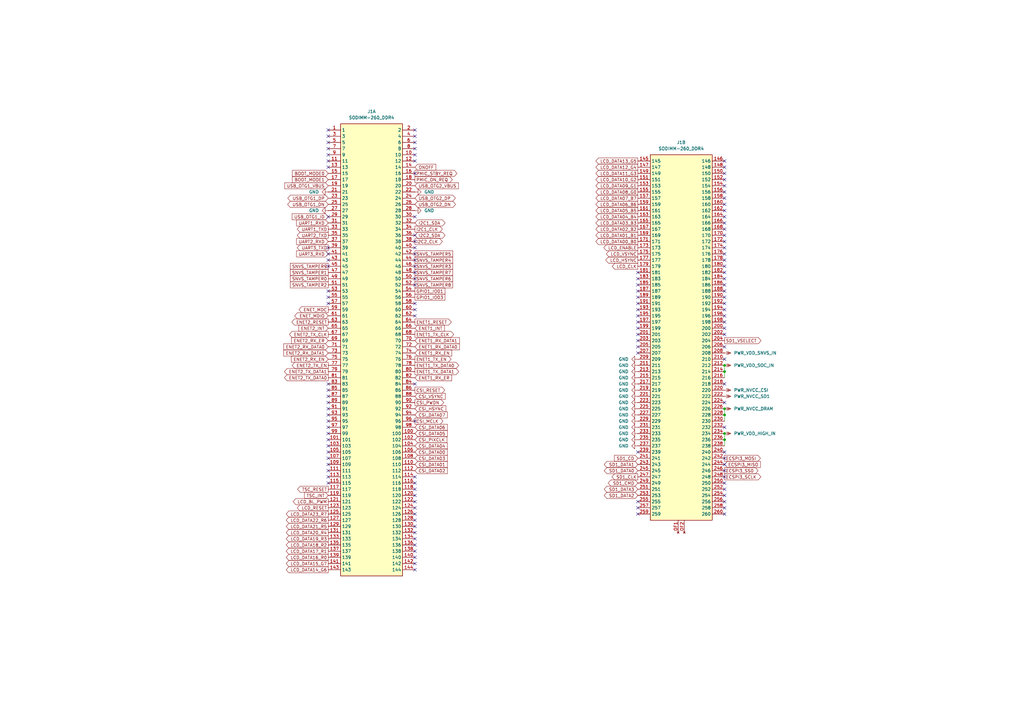
<source format=kicad_sch>
(kicad_sch (version 20231120) (generator "eeschema") (generator_version "8.0")
  (paper "A3")
  (title_block (title "i.MX6ULL Carrier - Core") (date "2024-06-14") (rev "0.9.2"))
  (lib_symbols
    (symbol "PWR_NVCC_CSI_1" (power) (pin_numbers hide) (pin_names hide) (in_bom no) (on_board no)
      (property "Value" "PWR_NVCC_CSI" (at 0 0 0))
      (symbol "PWR_NVCC_CSI_1_1_1"
        (pin power_in line (at 0 0 0) (length 0) (name "") (number "1"))
      )
    )
    (symbol "PWR_NVCC_DRAM_1" (power) (pin_numbers hide) (pin_names hide) (in_bom no) (on_board no)
      (property "Value" "PWR_NVCC_DRAM" (at 0 0 0))
      (symbol "PWR_NVCC_DRAM_1_1_1"
        (pin power_in line (at 0 0 0) (length 0) (name "") (number "1"))
      )
    )
    (symbol "PWR_VDD_HIGH_IN_1" (power) (pin_numbers hide) (pin_names hide) (in_bom no) (on_board no)
      (property "Value" "PWR_VDD_HIGH_IN" (at 0 0 0))
      (symbol "PWR_VDD_HIGH_IN_1_1_1"
        (pin power_in line (at 0 0 0) (length 0) (name "") (number "1"))
      )
    )
    (symbol "PWR_VDD_SNVS_IN_1" (power) (pin_numbers hide) (pin_names hide) (in_bom no) (on_board no)
      (property "Value" "PWR_VDD_SNVS_IN" (at 0 0 0))
      (symbol "PWR_VDD_SNVS_IN_1_1_1"
        (pin power_in line (at 0 0 0) (length 0) (name "") (number "1"))
      )
    )
    (symbol "PWR_VDD_SOC_IN_1" (power) (pin_numbers hide) (pin_names hide) (in_bom no) (on_board no)
      (property "Value" "PWR_VDD_SOC_IN" (at 0 0 0))
      (symbol "PWR_VDD_SOC_IN_1_1_1"
        (pin power_in line (at 0 0 0) (length 0) (name "") (number "1"))
      )
    )
    (symbol "SODIMM-260_DDR4_1"
      (property "Reference" "J" (at 0 0 0))
      (property "Value" "SODIMM-260_DDR4" (at 0 96.52 0))
      (symbol "SODIMM-260_DDR4_1_1_1"
        (pin passive line (at -17.78 90.17 0) (length 5.08) (name "1") (number "1"))
        (pin passive line (at 17.78 80.01 180) (length 5.08) (name "10") (number "10"))
        (pin passive line (at 17.78 -34.29 180) (length 5.08) (name "100") (number "100"))
        (pin passive line (at -17.78 -36.83 0) (length 5.08) (name "101") (number "101"))
        (pin passive line (at 17.78 -36.83 180) (length 5.08) (name "102") (number "102"))
        (pin passive line (at -17.78 -39.37 0) (length 5.08) (name "103") (number "103"))
        (pin passive line (at 17.78 -39.37 180) (length 5.08) (name "104") (number "104"))
        (pin passive line (at -17.78 -41.91 0) (length 5.08) (name "105") (number "105"))
        (pin passive line (at 17.78 -41.91 180) (length 5.08) (name "106") (number "106"))
        (pin passive line (at -17.78 -44.45 0) (length 5.08) (name "107") (number "107"))
        (pin passive line (at 17.78 -44.45 180) (length 5.08) (name "108") (number "108"))
        (pin passive line (at -17.78 -46.99 0) (length 5.08) (name "109") (number "109"))
        (pin passive line (at -17.78 77.47 0) (length 5.08) (name "11") (number "11"))
        (pin passive line (at 17.78 -46.99 180) (length 5.08) (name "110") (number "110"))
        (pin passive line (at -17.78 -49.53 0) (length 5.08) (name "111") (number "111"))
        (pin passive line (at 17.78 -49.53 180) (length 5.08) (name "112") (number "112"))
        (pin passive line (at -17.78 -52.07 0) (length 5.08) (name "113") (number "113"))
        (pin passive line (at 17.78 -52.07 180) (length 5.08) (name "114") (number "114"))
        (pin passive line (at -17.78 -54.61 0) (length 5.08) (name "115") (number "115"))
        (pin passive line (at 17.78 -54.61 180) (length 5.08) (name "116") (number "116"))
        (pin passive line (at -17.78 -57.15 0) (length 5.08) (name "117") (number "117"))
        (pin passive line (at 17.78 -57.15 180) (length 5.08) (name "118") (number "118"))
        (pin passive line (at -17.78 -59.69 0) (length 5.08) (name "119") (number "119"))
        (pin passive line (at 17.78 77.47 180) (length 5.08) (name "12") (number "12"))
        (pin passive line (at 17.78 -59.69 180) (length 5.08) (name "120") (number "120"))
        (pin passive line (at -17.78 -62.23 0) (length 5.08) (name "121") (number "121"))
        (pin passive line (at 17.78 -62.23 180) (length 5.08) (name "122") (number "122"))
        (pin passive line (at -17.78 -64.77 0) (length 5.08) (name "123") (number "123"))
        (pin passive line (at 17.78 -64.77 180) (length 5.08) (name "124") (number "124"))
        (pin passive line (at -17.78 -67.31 0) (length 5.08) (name "125") (number "125"))
        (pin passive line (at 17.78 -67.31 180) (length 5.08) (name "126") (number "126"))
        (pin passive line (at -17.78 -69.85 0) (length 5.08) (name "127") (number "127"))
        (pin passive line (at 17.78 -69.85 180) (length 5.08) (name "128") (number "128"))
        (pin passive line (at -17.78 -72.39 0) (length 5.08) (name "129") (number "129"))
        (pin passive line (at -17.78 74.93 0) (length 5.08) (name "13") (number "13"))
        (pin passive line (at 17.78 -72.39 180) (length 5.08) (name "130") (number "130"))
        (pin passive line (at -17.78 -74.93 0) (length 5.08) (name "131") (number "131"))
        (pin passive line (at 17.78 -74.93 180) (length 5.08) (name "132") (number "132"))
        (pin passive line (at -17.78 -77.47 0) (length 5.08) (name "133") (number "133"))
        (pin passive line (at 17.78 -77.47 180) (length 5.08) (name "134") (number "134"))
        (pin passive line (at -17.78 -80.01 0) (length 5.08) (name "135") (number "135"))
        (pin passive line (at 17.78 -80.01 180) (length 5.08) (name "136") (number "136"))
        (pin passive line (at -17.78 -82.55 0) (length 5.08) (name "137") (number "137"))
        (pin passive line (at 17.78 -82.55 180) (length 5.08) (name "138") (number "138"))
        (pin passive line (at -17.78 -85.09 0) (length 5.08) (name "139") (number "139"))
        (pin passive line (at 17.78 74.93 180) (length 5.08) (name "14") (number "14"))
        (pin passive line (at 17.78 -85.09 180) (length 5.08) (name "140") (number "140"))
        (pin passive line (at -17.78 -87.63 0) (length 5.08) (name "141") (number "141"))
        (pin passive line (at 17.78 -87.63 180) (length 5.08) (name "142") (number "142"))
        (pin passive line (at -17.78 -90.17 0) (length 5.08) (name "143") (number "143"))
        (pin passive line (at 17.78 -90.17 180) (length 5.08) (name "144") (number "144"))
        (pin passive line (at -17.78 72.39 0) (length 5.08) (name "15") (number "15"))
        (pin passive line (at 17.78 72.39 180) (length 5.08) (name "16") (number "16"))
        (pin passive line (at -17.78 69.85 0) (length 5.08) (name "17") (number "17"))
        (pin passive line (at 17.78 69.85 180) (length 5.08) (name "18") (number "18"))
        (pin passive line (at -17.78 67.31 0) (length 5.08) (name "19") (number "19"))
        (pin passive line (at 17.78 90.17 180) (length 5.08) (name "2") (number "2"))
        (pin passive line (at 17.78 67.31 180) (length 5.08) (name "20") (number "20"))
        (pin passive line (at -17.78 64.77 0) (length 5.08) (name "21") (number "21"))
        (pin passive line (at 17.78 64.77 180) (length 5.08) (name "22") (number "22"))
        (pin passive line (at -17.78 62.23 0) (length 5.08) (name "23") (number "23"))
        (pin passive line (at 17.78 62.23 180) (length 5.08) (name "24") (number "24"))
        (pin passive line (at -17.78 59.69 0) (length 5.08) (name "25") (number "25"))
        (pin passive line (at 17.78 59.69 180) (length 5.08) (name "26") (number "26"))
        (pin passive line (at -17.78 57.15 0) (length 5.08) (name "27") (number "27"))
        (pin passive line (at 17.78 57.15 180) (length 5.08) (name "28") (number "28"))
        (pin passive line (at -17.78 54.61 0) (length 5.08) (name "29") (number "29"))
        (pin passive line (at -17.78 87.63 0) (length 5.08) (name "3") (number "3"))
        (pin passive line (at 17.78 54.61 180) (length 5.08) (name "30") (number "30"))
        (pin passive line (at -17.78 52.07 0) (length 5.08) (name "31") (number "31"))
        (pin passive line (at 17.78 52.07 180) (length 5.08) (name "32") (number "32"))
        (pin passive line (at -17.78 49.53 0) (length 5.08) (name "33") (number "33"))
        (pin passive line (at 17.78 49.53 180) (length 5.08) (name "34") (number "34"))
        (pin passive line (at -17.78 46.99 0) (length 5.08) (name "35") (number "35"))
        (pin passive line (at 17.78 46.99 180) (length 5.08) (name "36") (number "36"))
        (pin passive line (at -17.78 44.45 0) (length 5.08) (name "37") (number "37"))
        (pin passive line (at 17.78 44.45 180) (length 5.08) (name "38") (number "38"))
        (pin passive line (at -17.78 41.91 0) (length 5.08) (name "39") (number "39"))
        (pin passive line (at 17.78 87.63 180) (length 5.08) (name "4") (number "4"))
        (pin passive line (at 17.78 41.91 180) (length 5.08) (name "40") (number "40"))
        (pin passive line (at -17.78 39.37 0) (length 5.08) (name "41") (number "41"))
        (pin passive line (at 17.78 39.37 180) (length 5.08) (name "42") (number "42"))
        (pin passive line (at -17.78 36.83 0) (length 5.08) (name "43") (number "43"))
        (pin passive line (at 17.78 36.83 180) (length 5.08) (name "44") (number "44"))
        (pin passive line (at -17.78 34.29 0) (length 5.08) (name "45") (number "45"))
        (pin passive line (at 17.78 34.29 180) (length 5.08) (name "46") (number "46"))
        (pin passive line (at -17.78 31.75 0) (length 5.08) (name "47") (number "47"))
        (pin passive line (at 17.78 31.75 180) (length 5.08) (name "48") (number "48"))
        (pin passive line (at -17.78 29.21 0) (length 5.08) (name "49") (number "49"))
        (pin passive line (at -17.78 85.09 0) (length 5.08) (name "5") (number "5"))
        (pin passive line (at 17.78 29.21 180) (length 5.08) (name "50") (number "50"))
        (pin passive line (at -17.78 26.67 0) (length 5.08) (name "51") (number "51"))
        (pin passive line (at 17.78 26.67 180) (length 5.08) (name "52") (number "52"))
        (pin passive line (at -17.78 24.13 0) (length 5.08) (name "53") (number "53"))
        (pin passive line (at 17.78 24.13 180) (length 5.08) (name "54") (number "54"))
        (pin passive line (at -17.78 21.59 0) (length 5.08) (name "55") (number "55"))
        (pin passive line (at 17.78 21.59 180) (length 5.08) (name "56") (number "56"))
        (pin passive line (at -17.78 19.05 0) (length 5.08) (name "57") (number "57"))
        (pin passive line (at 17.78 19.05 180) (length 5.08) (name "58") (number "58"))
        (pin passive line (at -17.78 16.51 0) (length 5.08) (name "59") (number "59"))
        (pin passive line (at 17.78 85.09 180) (length 5.08) (name "6") (number "6"))
        (pin passive line (at 17.78 16.51 180) (length 5.08) (name "60") (number "60"))
        (pin passive line (at -17.78 13.97 0) (length 5.08) (name "61") (number "61"))
        (pin passive line (at 17.78 13.97 180) (length 5.08) (name "62") (number "62"))
        (pin passive line (at -17.78 11.43 0) (length 5.08) (name "63") (number "63"))
        (pin passive line (at 17.78 11.43 180) (length 5.08) (name "64") (number "64"))
        (pin passive line (at -17.78 8.89 0) (length 5.08) (name "65") (number "65"))
        (pin passive line (at 17.78 8.89 180) (length 5.08) (name "66") (number "66"))
        (pin passive line (at -17.78 6.35 0) (length 5.08) (name "67") (number "67"))
        (pin passive line (at 17.78 6.35 180) (length 5.08) (name "68") (number "68"))
        (pin passive line (at -17.78 3.81 0) (length 5.08) (name "69") (number "69"))
        (pin passive line (at -17.78 82.55 0) (length 5.08) (name "7") (number "7"))
        (pin passive line (at 17.78 3.81 180) (length 5.08) (name "70") (number "70"))
        (pin passive line (at -17.78 1.27 0) (length 5.08) (name "71") (number "71"))
        (pin passive line (at 17.78 1.27 180) (length 5.08) (name "72") (number "72"))
        (pin passive line (at -17.78 -1.27 0) (length 5.08) (name "73") (number "73"))
        (pin passive line (at 17.78 -1.27 180) (length 5.08) (name "74") (number "74"))
        (pin passive line (at -17.78 -3.81 0) (length 5.08) (name "75") (number "75"))
        (pin passive line (at 17.78 -3.81 180) (length 5.08) (name "76") (number "76"))
        (pin passive line (at -17.78 -6.35 0) (length 5.08) (name "77") (number "77"))
        (pin passive line (at 17.78 -6.35 180) (length 5.08) (name "78") (number "78"))
        (pin passive line (at -17.78 -8.89 0) (length 5.08) (name "79") (number "79"))
        (pin passive line (at 17.78 82.55 180) (length 5.08) (name "8") (number "8"))
        (pin passive line (at 17.78 -8.89 180) (length 5.08) (name "80") (number "80"))
        (pin passive line (at -17.78 -11.43 0) (length 5.08) (name "81") (number "81"))
        (pin passive line (at 17.78 -11.43 180) (length 5.08) (name "82") (number "82"))
        (pin passive line (at -17.78 -13.97 0) (length 5.08) (name "83") (number "83"))
        (pin passive line (at 17.78 -13.97 180) (length 5.08) (name "84") (number "84"))
        (pin passive line (at -17.78 -16.51 0) (length 5.08) (name "85") (number "85"))
        (pin passive line (at 17.78 -16.51 180) (length 5.08) (name "86") (number "86"))
        (pin passive line (at -17.78 -19.05 0) (length 5.08) (name "87") (number "87"))
        (pin passive line (at 17.78 -19.05 180) (length 5.08) (name "88") (number "88"))
        (pin passive line (at -17.78 -21.59 0) (length 5.08) (name "89") (number "89"))
        (pin passive line (at -17.78 80.01 0) (length 5.08) (name "9") (number "9"))
        (pin passive line (at 17.78 -21.59 180) (length 5.08) (name "90") (number "90"))
        (pin passive line (at -17.78 -24.13 0) (length 5.08) (name "91") (number "91"))
        (pin passive line (at 17.78 -24.13 180) (length 5.08) (name "92") (number "92"))
        (pin passive line (at -17.78 -26.67 0) (length 5.08) (name "93") (number "93"))
        (pin passive line (at 17.78 -26.67 180) (length 5.08) (name "94") (number "94"))
        (pin passive line (at -17.78 -29.21 0) (length 5.08) (name "95") (number "95"))
        (pin passive line (at 17.78 -29.21 180) (length 5.08) (name "96") (number "96"))
        (pin passive line (at -17.78 -31.75 0) (length 5.08) (name "97") (number "97"))
        (pin passive line (at 17.78 -31.75 180) (length 5.08) (name "98") (number "98"))
        (pin passive line (at -17.78 -34.29 0) (length 5.08) (name "99") (number "99"))
      )
      (symbol "SODIMM-260_DDR4_1_2_1"
        (pin passive line (at -17.78 72.39 0) (length 5.08) (name "145") (number "145"))
        (pin passive line (at 17.78 72.39 180) (length 5.08) (name "146") (number "146"))
        (pin passive line (at -17.78 69.85 0) (length 5.08) (name "147") (number "147"))
        (pin passive line (at 17.78 69.85 180) (length 5.08) (name "148") (number "148"))
        (pin passive line (at -17.78 67.31 0) (length 5.08) (name "149") (number "149"))
        (pin passive line (at 17.78 67.31 180) (length 5.08) (name "150") (number "150"))
        (pin passive line (at -17.78 64.77 0) (length 5.08) (name "151") (number "151"))
        (pin passive line (at 17.78 64.77 180) (length 5.08) (name "152") (number "152"))
        (pin passive line (at -17.78 62.23 0) (length 5.08) (name "153") (number "153"))
        (pin passive line (at 17.78 62.23 180) (length 5.08) (name "154") (number "154"))
        (pin passive line (at -17.78 59.69 0) (length 5.08) (name "155") (number "155"))
        (pin passive line (at 17.78 59.69 180) (length 5.08) (name "156") (number "156"))
        (pin passive line (at -17.78 57.15 0) (length 5.08) (name "157") (number "157"))
        (pin passive line (at 17.78 57.15 180) (length 5.08) (name "158") (number "158"))
        (pin passive line (at -17.78 54.61 0) (length 5.08) (name "159") (number "159"))
        (pin passive line (at 17.78 54.61 180) (length 5.08) (name "160") (number "160"))
        (pin passive line (at -17.78 52.07 0) (length 5.08) (name "161") (number "161"))
        (pin passive line (at 17.78 52.07 180) (length 5.08) (name "162") (number "162"))
        (pin passive line (at -17.78 49.53 0) (length 5.08) (name "163") (number "163"))
        (pin passive line (at 17.78 49.53 180) (length 5.08) (name "164") (number "164"))
        (pin passive line (at -17.78 46.99 0) (length 5.08) (name "165") (number "165"))
        (pin passive line (at 17.78 46.99 180) (length 5.08) (name "166") (number "166"))
        (pin passive line (at -17.78 44.45 0) (length 5.08) (name "167") (number "167"))
        (pin passive line (at 17.78 44.45 180) (length 5.08) (name "168") (number "168"))
        (pin passive line (at -17.78 41.91 0) (length 5.08) (name "169") (number "169"))
        (pin passive line (at 17.78 41.91 180) (length 5.08) (name "170") (number "170"))
        (pin passive line (at -17.78 39.37 0) (length 5.08) (name "171") (number "171"))
        (pin passive line (at 17.78 39.37 180) (length 5.08) (name "172") (number "172"))
        (pin passive line (at -17.78 36.83 0) (length 5.08) (name "173") (number "173"))
        (pin passive line (at 17.78 36.83 180) (length 5.08) (name "174") (number "174"))
        (pin passive line (at -17.78 34.29 0) (length 5.08) (name "175") (number "175"))
        (pin passive line (at 17.78 34.29 180) (length 5.08) (name "176") (number "176"))
        (pin passive line (at -17.78 31.75 0) (length 5.08) (name "177") (number "177"))
        (pin passive line (at 17.78 31.75 180) (length 5.08) (name "178") (number "178"))
        (pin passive line (at -17.78 29.21 0) (length 5.08) (name "179") (number "179"))
        (pin passive line (at 17.78 29.21 180) (length 5.08) (name "180") (number "180"))
        (pin passive line (at -17.78 26.67 0) (length 5.08) (name "181") (number "181"))
        (pin passive line (at 17.78 26.67 180) (length 5.08) (name "182") (number "182"))
        (pin passive line (at -17.78 24.13 0) (length 5.08) (name "183") (number "183"))
        (pin passive line (at 17.78 24.13 180) (length 5.08) (name "184") (number "184"))
        (pin passive line (at -17.78 21.59 0) (length 5.08) (name "185") (number "185"))
        (pin passive line (at 17.78 21.59 180) (length 5.08) (name "186") (number "186"))
        (pin passive line (at -17.78 19.05 0) (length 5.08) (name "187") (number "187"))
        (pin passive line (at 17.78 19.05 180) (length 5.08) (name "188") (number "188"))
        (pin passive line (at -17.78 16.51 0) (length 5.08) (name "189") (number "189"))
        (pin passive line (at 17.78 16.51 180) (length 5.08) (name "190") (number "190"))
        (pin passive line (at -17.78 13.97 0) (length 5.08) (name "191") (number "191"))
        (pin passive line (at 17.78 13.97 180) (length 5.08) (name "192") (number "192"))
        (pin passive line (at -17.78 11.43 0) (length 5.08) (name "193") (number "193"))
        (pin passive line (at 17.78 11.43 180) (length 5.08) (name "194") (number "194"))
        (pin passive line (at -17.78 8.89 0) (length 5.08) (name "195") (number "195"))
        (pin passive line (at 17.78 8.89 180) (length 5.08) (name "196") (number "196"))
        (pin passive line (at -17.78 6.35 0) (length 5.08) (name "197") (number "197"))
        (pin passive line (at 17.78 6.35 180) (length 5.08) (name "198") (number "198"))
        (pin passive line (at -17.78 3.81 0) (length 5.08) (name "199") (number "199"))
        (pin passive line (at 17.78 3.81 180) (length 5.08) (name "200") (number "200"))
        (pin passive line (at -17.78 1.27 0) (length 5.08) (name "201") (number "201"))
        (pin passive line (at 17.78 1.27 180) (length 5.08) (name "202") (number "202"))
        (pin passive line (at -17.78 -1.27 0) (length 5.08) (name "203") (number "203"))
        (pin passive line (at 17.78 -1.27 180) (length 5.08) (name "204") (number "204"))
        (pin passive line (at -17.78 -3.81 0) (length 5.08) (name "205") (number "205"))
        (pin passive line (at 17.78 -3.81 180) (length 5.08) (name "206") (number "206"))
        (pin passive line (at -17.78 -6.35 0) (length 5.08) (name "207") (number "207"))
        (pin passive line (at 17.78 -6.35 180) (length 5.08) (name "208") (number "208"))
        (pin passive line (at -17.78 -8.89 0) (length 5.08) (name "209") (number "209"))
        (pin passive line (at 17.78 -8.89 180) (length 5.08) (name "210") (number "210"))
        (pin passive line (at -17.78 -11.43 0) (length 5.08) (name "211") (number "211"))
        (pin passive line (at 17.78 -11.43 180) (length 5.08) (name "212") (number "212"))
        (pin passive line (at -17.78 -13.97 0) (length 5.08) (name "213") (number "213"))
        (pin passive line (at 17.78 -13.97 180) (length 5.08) (name "214") (number "214"))
        (pin passive line (at -17.78 -16.51 0) (length 5.08) (name "215") (number "215"))
        (pin passive line (at 17.78 -16.51 180) (length 5.08) (name "216") (number "216"))
        (pin passive line (at -17.78 -19.05 0) (length 5.08) (name "217") (number "217"))
        (pin passive line (at 17.78 -19.05 180) (length 5.08) (name "218") (number "218"))
        (pin passive line (at -17.78 -21.59 0) (length 5.08) (name "219") (number "219"))
        (pin passive line (at 17.78 -21.59 180) (length 5.08) (name "220") (number "220"))
        (pin passive line (at -17.78 -24.13 0) (length 5.08) (name "221") (number "221"))
        (pin passive line (at 17.78 -24.13 180) (length 5.08) (name "222") (number "222"))
        (pin passive line (at -17.78 -26.67 0) (length 5.08) (name "223") (number "223"))
        (pin passive line (at 17.78 -26.67 180) (length 5.08) (name "224") (number "224"))
        (pin passive line (at -17.78 -29.21 0) (length 5.08) (name "225") (number "225"))
        (pin passive line (at 17.78 -29.21 180) (length 5.08) (name "226") (number "226"))
        (pin passive line (at -17.78 -31.75 0) (length 5.08) (name "227") (number "227"))
        (pin passive line (at 17.78 -31.75 180) (length 5.08) (name "228") (number "228"))
        (pin passive line (at -17.78 -34.29 0) (length 5.08) (name "229") (number "229"))
        (pin passive line (at 17.78 -34.29 180) (length 5.08) (name "230") (number "230"))
        (pin passive line (at -17.78 -36.83 0) (length 5.08) (name "231") (number "231"))
        (pin passive line (at 17.78 -36.83 180) (length 5.08) (name "232") (number "232"))
        (pin passive line (at -17.78 -39.37 0) (length 5.08) (name "233") (number "233"))
        (pin passive line (at 17.78 -39.37 180) (length 5.08) (name "234") (number "234"))
        (pin passive line (at -17.78 -41.91 0) (length 5.08) (name "235") (number "235"))
        (pin passive line (at 17.78 -41.91 180) (length 5.08) (name "236") (number "236"))
        (pin passive line (at -17.78 -44.45 0) (length 5.08) (name "237") (number "237"))
        (pin passive line (at 17.78 -44.45 180) (length 5.08) (name "238") (number "238"))
        (pin passive line (at -17.78 -46.99 0) (length 5.08) (name "239") (number "239"))
        (pin passive line (at 17.78 -46.99 180) (length 5.08) (name "240") (number "240"))
        (pin passive line (at -17.78 -49.53 0) (length 5.08) (name "241") (number "241"))
        (pin passive line (at 17.78 -49.53 180) (length 5.08) (name "242") (number "242"))
        (pin passive line (at -17.78 -52.07 0) (length 5.08) (name "243") (number "243"))
        (pin passive line (at 17.78 -52.07 180) (length 5.08) (name "244") (number "244"))
        (pin passive line (at -17.78 -54.61 0) (length 5.08) (name "245") (number "245"))
        (pin passive line (at 17.78 -54.61 180) (length 5.08) (name "246") (number "246"))
        (pin passive line (at -17.78 -57.15 0) (length 5.08) (name "247") (number "247"))
        (pin passive line (at 17.78 -57.15 180) (length 5.08) (name "248") (number "248"))
        (pin passive line (at -17.78 -59.69 0) (length 5.08) (name "249") (number "249"))
        (pin passive line (at 17.78 -59.69 180) (length 5.08) (name "250") (number "250"))
        (pin passive line (at -17.78 -62.23 0) (length 5.08) (name "251") (number "251"))
        (pin passive line (at 17.78 -62.23 180) (length 5.08) (name "252") (number "252"))
        (pin passive line (at -17.78 -64.77 0) (length 5.08) (name "253") (number "253"))
        (pin passive line (at 17.78 -64.77 180) (length 5.08) (name "254") (number "254"))
        (pin passive line (at -17.78 -67.31 0) (length 5.08) (name "255") (number "255"))
        (pin passive line (at 17.78 -67.31 180) (length 5.08) (name "256") (number "256"))
        (pin passive line (at -17.78 -69.85 0) (length 5.08) (name "257") (number "257"))
        (pin passive line (at 17.78 -69.85 180) (length 5.08) (name "258") (number "258"))
        (pin passive line (at -17.78 -72.39 0) (length 5.08) (name "259") (number "259"))
        (pin passive line (at 17.78 -72.39 180) (length 5.08) (name "260") (number "260"))
        (pin no_connect line (at -1.27 -80.01 90) (length 5.08) (name "") (number "OF1"))
        (pin no_connect line (at 1.27 -80.01 90) (length 5.08) (name "") (number "OF2"))
      )
    )
    (symbol "i.MX6ULL Carrier:PWR_NVCC_SD1" (power) (pin_numbers hide) (pin_names hide) (in_bom no) (on_board no)
      (property "Value" "PWR_NVCC_SD1" (at 0 0 0))
      (symbol "PWR_NVCC_SD1_1_1"
        (pin power_in line (at 0 0 0) (length 0) (name "") (number "1"))
      )
    )
    (symbol "i.MX6ULL Carrier:SODIMM-260_DDR4"
      (property "Reference" "J" (at 0 0 0))
      (property "Value" "SODIMM-260_DDR4" (at 0 96.52 0))
      (symbol "SODIMM-260_DDR4_1_1"
        (pin passive line (at -17.78 90.17 0) (length 5.08) (name "1") (number "1"))
        (pin passive line (at 17.78 80.01 180) (length 5.08) (name "10") (number "10"))
        (pin passive line (at 17.78 -34.29 180) (length 5.08) (name "100") (number "100"))
        (pin passive line (at -17.78 -36.83 0) (length 5.08) (name "101") (number "101"))
        (pin passive line (at 17.78 -36.83 180) (length 5.08) (name "102") (number "102"))
        (pin passive line (at -17.78 -39.37 0) (length 5.08) (name "103") (number "103"))
        (pin passive line (at 17.78 -39.37 180) (length 5.08) (name "104") (number "104"))
        (pin passive line (at -17.78 -41.91 0) (length 5.08) (name "105") (number "105"))
        (pin passive line (at 17.78 -41.91 180) (length 5.08) (name "106") (number "106"))
        (pin passive line (at -17.78 -44.45 0) (length 5.08) (name "107") (number "107"))
        (pin passive line (at 17.78 -44.45 180) (length 5.08) (name "108") (number "108"))
        (pin passive line (at -17.78 -46.99 0) (length 5.08) (name "109") (number "109"))
        (pin passive line (at -17.78 77.47 0) (length 5.08) (name "11") (number "11"))
        (pin passive line (at 17.78 -46.99 180) (length 5.08) (name "110") (number "110"))
        (pin passive line (at -17.78 -49.53 0) (length 5.08) (name "111") (number "111"))
        (pin passive line (at 17.78 -49.53 180) (length 5.08) (name "112") (number "112"))
        (pin passive line (at -17.78 -52.07 0) (length 5.08) (name "113") (number "113"))
        (pin passive line (at 17.78 -52.07 180) (length 5.08) (name "114") (number "114"))
        (pin passive line (at -17.78 -54.61 0) (length 5.08) (name "115") (number "115"))
        (pin passive line (at 17.78 -54.61 180) (length 5.08) (name "116") (number "116"))
        (pin passive line (at -17.78 -57.15 0) (length 5.08) (name "117") (number "117"))
        (pin passive line (at 17.78 -57.15 180) (length 5.08) (name "118") (number "118"))
        (pin passive line (at -17.78 -59.69 0) (length 5.08) (name "119") (number "119"))
        (pin passive line (at 17.78 77.47 180) (length 5.08) (name "12") (number "12"))
        (pin passive line (at 17.78 -59.69 180) (length 5.08) (name "120") (number "120"))
        (pin passive line (at -17.78 -62.23 0) (length 5.08) (name "121") (number "121"))
        (pin passive line (at 17.78 -62.23 180) (length 5.08) (name "122") (number "122"))
        (pin passive line (at -17.78 -64.77 0) (length 5.08) (name "123") (number "123"))
        (pin passive line (at 17.78 -64.77 180) (length 5.08) (name "124") (number "124"))
        (pin passive line (at -17.78 -67.31 0) (length 5.08) (name "125") (number "125"))
        (pin passive line (at 17.78 -67.31 180) (length 5.08) (name "126") (number "126"))
        (pin passive line (at -17.78 -69.85 0) (length 5.08) (name "127") (number "127"))
        (pin passive line (at 17.78 -69.85 180) (length 5.08) (name "128") (number "128"))
        (pin passive line (at -17.78 -72.39 0) (length 5.08) (name "129") (number "129"))
        (pin passive line (at -17.78 74.93 0) (length 5.08) (name "13") (number "13"))
        (pin passive line (at 17.78 -72.39 180) (length 5.08) (name "130") (number "130"))
        (pin passive line (at -17.78 -74.93 0) (length 5.08) (name "131") (number "131"))
        (pin passive line (at 17.78 -74.93 180) (length 5.08) (name "132") (number "132"))
        (pin passive line (at -17.78 -77.47 0) (length 5.08) (name "133") (number "133"))
        (pin passive line (at 17.78 -77.47 180) (length 5.08) (name "134") (number "134"))
        (pin passive line (at -17.78 -80.01 0) (length 5.08) (name "135") (number "135"))
        (pin passive line (at 17.78 -80.01 180) (length 5.08) (name "136") (number "136"))
        (pin passive line (at -17.78 -82.55 0) (length 5.08) (name "137") (number "137"))
        (pin passive line (at 17.78 -82.55 180) (length 5.08) (name "138") (number "138"))
        (pin passive line (at -17.78 -85.09 0) (length 5.08) (name "139") (number "139"))
        (pin passive line (at 17.78 74.93 180) (length 5.08) (name "14") (number "14"))
        (pin passive line (at 17.78 -85.09 180) (length 5.08) (name "140") (number "140"))
        (pin passive line (at -17.78 -87.63 0) (length 5.08) (name "141") (number "141"))
        (pin passive line (at 17.78 -87.63 180) (length 5.08) (name "142") (number "142"))
        (pin passive line (at -17.78 -90.17 0) (length 5.08) (name "143") (number "143"))
        (pin passive line (at 17.78 -90.17 180) (length 5.08) (name "144") (number "144"))
        (pin passive line (at -17.78 72.39 0) (length 5.08) (name "15") (number "15"))
        (pin passive line (at 17.78 72.39 180) (length 5.08) (name "16") (number "16"))
        (pin passive line (at -17.78 69.85 0) (length 5.08) (name "17") (number "17"))
        (pin passive line (at 17.78 69.85 180) (length 5.08) (name "18") (number "18"))
        (pin passive line (at -17.78 67.31 0) (length 5.08) (name "19") (number "19"))
        (pin passive line (at 17.78 90.17 180) (length 5.08) (name "2") (number "2"))
        (pin passive line (at 17.78 67.31 180) (length 5.08) (name "20") (number "20"))
        (pin passive line (at -17.78 64.77 0) (length 5.08) (name "21") (number "21"))
        (pin passive line (at 17.78 64.77 180) (length 5.08) (name "22") (number "22"))
        (pin passive line (at -17.78 62.23 0) (length 5.08) (name "23") (number "23"))
        (pin passive line (at 17.78 62.23 180) (length 5.08) (name "24") (number "24"))
        (pin passive line (at -17.78 59.69 0) (length 5.08) (name "25") (number "25"))
        (pin passive line (at 17.78 59.69 180) (length 5.08) (name "26") (number "26"))
        (pin passive line (at -17.78 57.15 0) (length 5.08) (name "27") (number "27"))
        (pin passive line (at 17.78 57.15 180) (length 5.08) (name "28") (number "28"))
        (pin passive line (at -17.78 54.61 0) (length 5.08) (name "29") (number "29"))
        (pin passive line (at -17.78 87.63 0) (length 5.08) (name "3") (number "3"))
        (pin passive line (at 17.78 54.61 180) (length 5.08) (name "30") (number "30"))
        (pin passive line (at -17.78 52.07 0) (length 5.08) (name "31") (number "31"))
        (pin passive line (at 17.78 52.07 180) (length 5.08) (name "32") (number "32"))
        (pin passive line (at -17.78 49.53 0) (length 5.08) (name "33") (number "33"))
        (pin passive line (at 17.78 49.53 180) (length 5.08) (name "34") (number "34"))
        (pin passive line (at -17.78 46.99 0) (length 5.08) (name "35") (number "35"))
        (pin passive line (at 17.78 46.99 180) (length 5.08) (name "36") (number "36"))
        (pin passive line (at -17.78 44.45 0) (length 5.08) (name "37") (number "37"))
        (pin passive line (at 17.78 44.45 180) (length 5.08) (name "38") (number "38"))
        (pin passive line (at -17.78 41.91 0) (length 5.08) (name "39") (number "39"))
        (pin passive line (at 17.78 87.63 180) (length 5.08) (name "4") (number "4"))
        (pin passive line (at 17.78 41.91 180) (length 5.08) (name "40") (number "40"))
        (pin passive line (at -17.78 39.37 0) (length 5.08) (name "41") (number "41"))
        (pin passive line (at 17.78 39.37 180) (length 5.08) (name "42") (number "42"))
        (pin passive line (at -17.78 36.83 0) (length 5.08) (name "43") (number "43"))
        (pin passive line (at 17.78 36.83 180) (length 5.08) (name "44") (number "44"))
        (pin passive line (at -17.78 34.29 0) (length 5.08) (name "45") (number "45"))
        (pin passive line (at 17.78 34.29 180) (length 5.08) (name "46") (number "46"))
        (pin passive line (at -17.78 31.75 0) (length 5.08) (name "47") (number "47"))
        (pin passive line (at 17.78 31.75 180) (length 5.08) (name "48") (number "48"))
        (pin passive line (at -17.78 29.21 0) (length 5.08) (name "49") (number "49"))
        (pin passive line (at -17.78 85.09 0) (length 5.08) (name "5") (number "5"))
        (pin passive line (at 17.78 29.21 180) (length 5.08) (name "50") (number "50"))
        (pin passive line (at -17.78 26.67 0) (length 5.08) (name "51") (number "51"))
        (pin passive line (at 17.78 26.67 180) (length 5.08) (name "52") (number "52"))
        (pin passive line (at -17.78 24.13 0) (length 5.08) (name "53") (number "53"))
        (pin passive line (at 17.78 24.13 180) (length 5.08) (name "54") (number "54"))
        (pin passive line (at -17.78 21.59 0) (length 5.08) (name "55") (number "55"))
        (pin passive line (at 17.78 21.59 180) (length 5.08) (name "56") (number "56"))
        (pin passive line (at -17.78 19.05 0) (length 5.08) (name "57") (number "57"))
        (pin passive line (at 17.78 19.05 180) (length 5.08) (name "58") (number "58"))
        (pin passive line (at -17.78 16.51 0) (length 5.08) (name "59") (number "59"))
        (pin passive line (at 17.78 85.09 180) (length 5.08) (name "6") (number "6"))
        (pin passive line (at 17.78 16.51 180) (length 5.08) (name "60") (number "60"))
        (pin passive line (at -17.78 13.97 0) (length 5.08) (name "61") (number "61"))
        (pin passive line (at 17.78 13.97 180) (length 5.08) (name "62") (number "62"))
        (pin passive line (at -17.78 11.43 0) (length 5.08) (name "63") (number "63"))
        (pin passive line (at 17.78 11.43 180) (length 5.08) (name "64") (number "64"))
        (pin passive line (at -17.78 8.89 0) (length 5.08) (name "65") (number "65"))
        (pin passive line (at 17.78 8.89 180) (length 5.08) (name "66") (number "66"))
        (pin passive line (at -17.78 6.35 0) (length 5.08) (name "67") (number "67"))
        (pin passive line (at 17.78 6.35 180) (length 5.08) (name "68") (number "68"))
        (pin passive line (at -17.78 3.81 0) (length 5.08) (name "69") (number "69"))
        (pin passive line (at -17.78 82.55 0) (length 5.08) (name "7") (number "7"))
        (pin passive line (at 17.78 3.81 180) (length 5.08) (name "70") (number "70"))
        (pin passive line (at -17.78 1.27 0) (length 5.08) (name "71") (number "71"))
        (pin passive line (at 17.78 1.27 180) (length 5.08) (name "72") (number "72"))
        (pin passive line (at -17.78 -1.27 0) (length 5.08) (name "73") (number "73"))
        (pin passive line (at 17.78 -1.27 180) (length 5.08) (name "74") (number "74"))
        (pin passive line (at -17.78 -3.81 0) (length 5.08) (name "75") (number "75"))
        (pin passive line (at 17.78 -3.81 180) (length 5.08) (name "76") (number "76"))
        (pin passive line (at -17.78 -6.35 0) (length 5.08) (name "77") (number "77"))
        (pin passive line (at 17.78 -6.35 180) (length 5.08) (name "78") (number "78"))
        (pin passive line (at -17.78 -8.89 0) (length 5.08) (name "79") (number "79"))
        (pin passive line (at 17.78 82.55 180) (length 5.08) (name "8") (number "8"))
        (pin passive line (at 17.78 -8.89 180) (length 5.08) (name "80") (number "80"))
        (pin passive line (at -17.78 -11.43 0) (length 5.08) (name "81") (number "81"))
        (pin passive line (at 17.78 -11.43 180) (length 5.08) (name "82") (number "82"))
        (pin passive line (at -17.78 -13.97 0) (length 5.08) (name "83") (number "83"))
        (pin passive line (at 17.78 -13.97 180) (length 5.08) (name "84") (number "84"))
        (pin passive line (at -17.78 -16.51 0) (length 5.08) (name "85") (number "85"))
        (pin passive line (at 17.78 -16.51 180) (length 5.08) (name "86") (number "86"))
        (pin passive line (at -17.78 -19.05 0) (length 5.08) (name "87") (number "87"))
        (pin passive line (at 17.78 -19.05 180) (length 5.08) (name "88") (number "88"))
        (pin passive line (at -17.78 -21.59 0) (length 5.08) (name "89") (number "89"))
        (pin passive line (at -17.78 80.01 0) (length 5.08) (name "9") (number "9"))
        (pin passive line (at 17.78 -21.59 180) (length 5.08) (name "90") (number "90"))
        (pin passive line (at -17.78 -24.13 0) (length 5.08) (name "91") (number "91"))
        (pin passive line (at 17.78 -24.13 180) (length 5.08) (name "92") (number "92"))
        (pin passive line (at -17.78 -26.67 0) (length 5.08) (name "93") (number "93"))
        (pin passive line (at 17.78 -26.67 180) (length 5.08) (name "94") (number "94"))
        (pin passive line (at -17.78 -29.21 0) (length 5.08) (name "95") (number "95"))
        (pin passive line (at 17.78 -29.21 180) (length 5.08) (name "96") (number "96"))
        (pin passive line (at -17.78 -31.75 0) (length 5.08) (name "97") (number "97"))
        (pin passive line (at 17.78 -31.75 180) (length 5.08) (name "98") (number "98"))
        (pin passive line (at -17.78 -34.29 0) (length 5.08) (name "99") (number "99"))
      )
      (symbol "SODIMM-260_DDR4_2_1"
        (pin passive line (at -17.78 72.39 0) (length 5.08) (name "145") (number "145"))
        (pin passive line (at 17.78 72.39 180) (length 5.08) (name "146") (number "146"))
        (pin passive line (at -17.78 69.85 0) (length 5.08) (name "147") (number "147"))
        (pin passive line (at 17.78 69.85 180) (length 5.08) (name "148") (number "148"))
        (pin passive line (at -17.78 67.31 0) (length 5.08) (name "149") (number "149"))
        (pin passive line (at 17.78 67.31 180) (length 5.08) (name "150") (number "150"))
        (pin passive line (at -17.78 64.77 0) (length 5.08) (name "151") (number "151"))
        (pin passive line (at 17.78 64.77 180) (length 5.08) (name "152") (number "152"))
        (pin passive line (at -17.78 62.23 0) (length 5.08) (name "153") (number "153"))
        (pin passive line (at 17.78 62.23 180) (length 5.08) (name "154") (number "154"))
        (pin passive line (at -17.78 59.69 0) (length 5.08) (name "155") (number "155"))
        (pin passive line (at 17.78 59.69 180) (length 5.08) (name "156") (number "156"))
        (pin passive line (at -17.78 57.15 0) (length 5.08) (name "157") (number "157"))
        (pin passive line (at 17.78 57.15 180) (length 5.08) (name "158") (number "158"))
        (pin passive line (at -17.78 54.61 0) (length 5.08) (name "159") (number "159"))
        (pin passive line (at 17.78 54.61 180) (length 5.08) (name "160") (number "160"))
        (pin passive line (at -17.78 52.07 0) (length 5.08) (name "161") (number "161"))
        (pin passive line (at 17.78 52.07 180) (length 5.08) (name "162") (number "162"))
        (pin passive line (at -17.78 49.53 0) (length 5.08) (name "163") (number "163"))
        (pin passive line (at 17.78 49.53 180) (length 5.08) (name "164") (number "164"))
        (pin passive line (at -17.78 46.99 0) (length 5.08) (name "165") (number "165"))
        (pin passive line (at 17.78 46.99 180) (length 5.08) (name "166") (number "166"))
        (pin passive line (at -17.78 44.45 0) (length 5.08) (name "167") (number "167"))
        (pin passive line (at 17.78 44.45 180) (length 5.08) (name "168") (number "168"))
        (pin passive line (at -17.78 41.91 0) (length 5.08) (name "169") (number "169"))
        (pin passive line (at 17.78 41.91 180) (length 5.08) (name "170") (number "170"))
        (pin passive line (at -17.78 39.37 0) (length 5.08) (name "171") (number "171"))
        (pin passive line (at 17.78 39.37 180) (length 5.08) (name "172") (number "172"))
        (pin passive line (at -17.78 36.83 0) (length 5.08) (name "173") (number "173"))
        (pin passive line (at 17.78 36.83 180) (length 5.08) (name "174") (number "174"))
        (pin passive line (at -17.78 34.29 0) (length 5.08) (name "175") (number "175"))
        (pin passive line (at 17.78 34.29 180) (length 5.08) (name "176") (number "176"))
        (pin passive line (at -17.78 31.75 0) (length 5.08) (name "177") (number "177"))
        (pin passive line (at 17.78 31.75 180) (length 5.08) (name "178") (number "178"))
        (pin passive line (at -17.78 29.21 0) (length 5.08) (name "179") (number "179"))
        (pin passive line (at 17.78 29.21 180) (length 5.08) (name "180") (number "180"))
        (pin passive line (at -17.78 26.67 0) (length 5.08) (name "181") (number "181"))
        (pin passive line (at 17.78 26.67 180) (length 5.08) (name "182") (number "182"))
        (pin passive line (at -17.78 24.13 0) (length 5.08) (name "183") (number "183"))
        (pin passive line (at 17.78 24.13 180) (length 5.08) (name "184") (number "184"))
        (pin passive line (at -17.78 21.59 0) (length 5.08) (name "185") (number "185"))
        (pin passive line (at 17.78 21.59 180) (length 5.08) (name "186") (number "186"))
        (pin passive line (at -17.78 19.05 0) (length 5.08) (name "187") (number "187"))
        (pin passive line (at 17.78 19.05 180) (length 5.08) (name "188") (number "188"))
        (pin passive line (at -17.78 16.51 0) (length 5.08) (name "189") (number "189"))
        (pin passive line (at 17.78 16.51 180) (length 5.08) (name "190") (number "190"))
        (pin passive line (at -17.78 13.97 0) (length 5.08) (name "191") (number "191"))
        (pin passive line (at 17.78 13.97 180) (length 5.08) (name "192") (number "192"))
        (pin passive line (at -17.78 11.43 0) (length 5.08) (name "193") (number "193"))
        (pin passive line (at 17.78 11.43 180) (length 5.08) (name "194") (number "194"))
        (pin passive line (at -17.78 8.89 0) (length 5.08) (name "195") (number "195"))
        (pin passive line (at 17.78 8.89 180) (length 5.08) (name "196") (number "196"))
        (pin passive line (at -17.78 6.35 0) (length 5.08) (name "197") (number "197"))
        (pin passive line (at 17.78 6.35 180) (length 5.08) (name "198") (number "198"))
        (pin passive line (at -17.78 3.81 0) (length 5.08) (name "199") (number "199"))
        (pin passive line (at 17.78 3.81 180) (length 5.08) (name "200") (number "200"))
        (pin passive line (at -17.78 1.27 0) (length 5.08) (name "201") (number "201"))
        (pin passive line (at 17.78 1.27 180) (length 5.08) (name "202") (number "202"))
        (pin passive line (at -17.78 -1.27 0) (length 5.08) (name "203") (number "203"))
        (pin passive line (at 17.78 -1.27 180) (length 5.08) (name "204") (number "204"))
        (pin passive line (at -17.78 -3.81 0) (length 5.08) (name "205") (number "205"))
        (pin passive line (at 17.78 -3.81 180) (length 5.08) (name "206") (number "206"))
        (pin passive line (at -17.78 -6.35 0) (length 5.08) (name "207") (number "207"))
        (pin passive line (at 17.78 -6.35 180) (length 5.08) (name "208") (number "208"))
        (pin passive line (at -17.78 -8.89 0) (length 5.08) (name "209") (number "209"))
        (pin passive line (at 17.78 -8.89 180) (length 5.08) (name "210") (number "210"))
        (pin passive line (at -17.78 -11.43 0) (length 5.08) (name "211") (number "211"))
        (pin passive line (at 17.78 -11.43 180) (length 5.08) (name "212") (number "212"))
        (pin passive line (at -17.78 -13.97 0) (length 5.08) (name "213") (number "213"))
        (pin passive line (at 17.78 -13.97 180) (length 5.08) (name "214") (number "214"))
        (pin passive line (at -17.78 -16.51 0) (length 5.08) (name "215") (number "215"))
        (pin passive line (at 17.78 -16.51 180) (length 5.08) (name "216") (number "216"))
        (pin passive line (at -17.78 -19.05 0) (length 5.08) (name "217") (number "217"))
        (pin passive line (at 17.78 -19.05 180) (length 5.08) (name "218") (number "218"))
        (pin passive line (at -17.78 -21.59 0) (length 5.08) (name "219") (number "219"))
        (pin passive line (at 17.78 -21.59 180) (length 5.08) (name "220") (number "220"))
        (pin passive line (at -17.78 -24.13 0) (length 5.08) (name "221") (number "221"))
        (pin passive line (at 17.78 -24.13 180) (length 5.08) (name "222") (number "222"))
        (pin passive line (at -17.78 -26.67 0) (length 5.08) (name "223") (number "223"))
        (pin passive line (at 17.78 -26.67 180) (length 5.08) (name "224") (number "224"))
        (pin passive line (at -17.78 -29.21 0) (length 5.08) (name "225") (number "225"))
        (pin passive line (at 17.78 -29.21 180) (length 5.08) (name "226") (number "226"))
        (pin passive line (at -17.78 -31.75 0) (length 5.08) (name "227") (number "227"))
        (pin passive line (at 17.78 -31.75 180) (length 5.08) (name "228") (number "228"))
        (pin passive line (at -17.78 -34.29 0) (length 5.08) (name "229") (number "229"))
        (pin passive line (at 17.78 -34.29 180) (length 5.08) (name "230") (number "230"))
        (pin passive line (at -17.78 -36.83 0) (length 5.08) (name "231") (number "231"))
        (pin passive line (at 17.78 -36.83 180) (length 5.08) (name "232") (number "232"))
        (pin passive line (at -17.78 -39.37 0) (length 5.08) (name "233") (number "233"))
        (pin passive line (at 17.78 -39.37 180) (length 5.08) (name "234") (number "234"))
        (pin passive line (at -17.78 -41.91 0) (length 5.08) (name "235") (number "235"))
        (pin passive line (at 17.78 -41.91 180) (length 5.08) (name "236") (number "236"))
        (pin passive line (at -17.78 -44.45 0) (length 5.08) (name "237") (number "237"))
        (pin passive line (at 17.78 -44.45 180) (length 5.08) (name "238") (number "238"))
        (pin passive line (at -17.78 -46.99 0) (length 5.08) (name "239") (number "239"))
        (pin passive line (at 17.78 -46.99 180) (length 5.08) (name "240") (number "240"))
        (pin passive line (at -17.78 -49.53 0) (length 5.08) (name "241") (number "241"))
        (pin passive line (at 17.78 -49.53 180) (length 5.08) (name "242") (number "242"))
        (pin passive line (at -17.78 -52.07 0) (length 5.08) (name "243") (number "243"))
        (pin passive line (at 17.78 -52.07 180) (length 5.08) (name "244") (number "244"))
        (pin passive line (at -17.78 -54.61 0) (length 5.08) (name "245") (number "245"))
        (pin passive line (at 17.78 -54.61 180) (length 5.08) (name "246") (number "246"))
        (pin passive line (at -17.78 -57.15 0) (length 5.08) (name "247") (number "247"))
        (pin passive line (at 17.78 -57.15 180) (length 5.08) (name "248") (number "248"))
        (pin passive line (at -17.78 -59.69 0) (length 5.08) (name "249") (number "249"))
        (pin passive line (at 17.78 -59.69 180) (length 5.08) (name "250") (number "250"))
        (pin passive line (at -17.78 -62.23 0) (length 5.08) (name "251") (number "251"))
        (pin passive line (at 17.78 -62.23 180) (length 5.08) (name "252") (number "252"))
        (pin passive line (at -17.78 -64.77 0) (length 5.08) (name "253") (number "253"))
        (pin passive line (at 17.78 -64.77 180) (length 5.08) (name "254") (number "254"))
        (pin passive line (at -17.78 -67.31 0) (length 5.08) (name "255") (number "255"))
        (pin passive line (at 17.78 -67.31 180) (length 5.08) (name "256") (number "256"))
        (pin passive line (at -17.78 -69.85 0) (length 5.08) (name "257") (number "257"))
        (pin passive line (at 17.78 -69.85 180) (length 5.08) (name "258") (number "258"))
        (pin passive line (at -17.78 -72.39 0) (length 5.08) (name "259") (number "259"))
        (pin passive line (at 17.78 -72.39 180) (length 5.08) (name "260") (number "260"))
        (pin no_connect line (at -1.27 -80.01 90) (length 5.08) (name "") (number "OF1"))
        (pin no_connect line (at 1.27 -80.01 90) (length 5.08) (name "") (number "OF2"))
      )
    )
    (symbol "power:GND" (power) (pin_numbers hide) (pin_names (offset 0) hide)
      (property "Value" "GND" (at 0 -3.81 0))
      (symbol "GND_1_1"
        (pin power_in line (at 0 0 270) (length 0) (name "~") (number "1"))
      )
    )
  )
  (junction (at 297.18 170.18))
  (junction (at 297.18 152.4))
  (junction (at 297.18 180.34))
  (junction (at 297.18 177.8))
  (junction (at 297.18 167.64))
  (junction (at 297.18 149.86))
  (no_connect (at 297.18 111.76))
  (no_connect (at 297.18 185.42))
  (no_connect (at 134.62 124.46))
  (no_connect (at 297.18 101.6))
  (no_connect (at 134.62 101.6))
  (no_connect (at 134.62 198.12))
  (no_connect (at 134.62 68.58))
  (no_connect (at 170.18 172.72))
  (no_connect (at 297.18 86.36))
  (no_connect (at 261.62 127))
  (no_connect (at 170.18 203.2))
  (no_connect (at 297.18 175.26))
  (no_connect (at 134.62 185.42))
  (no_connect (at 170.18 124.46))
  (no_connect (at 170.18 58.42))
  (no_connect (at 261.62 132.08))
  (no_connect (at 297.18 71.12))
  (no_connect (at 297.18 81.28))
  (no_connect (at 170.18 215.9))
  (no_connect (at 170.18 205.74))
  (no_connect (at 297.18 104.14))
  (no_connect (at 297.18 116.84))
  (no_connect (at 297.18 137.16))
  (no_connect (at 134.62 119.38))
  (no_connect (at 170.18 208.28))
  (no_connect (at 170.18 129.54))
  (no_connect (at 297.18 66.04))
  (no_connect (at 170.18 96.52))
  (no_connect (at 297.18 76.2))
  (no_connect (at 134.62 193.04))
  (no_connect (at 170.18 210.82))
  (no_connect (at 134.62 58.42))
  (no_connect (at 134.62 104.14))
  (no_connect (at 170.18 104.14))
  (no_connect (at 297.18 165.1))
  (no_connect (at 297.18 91.44))
  (no_connect (at 261.62 208.28))
  (no_connect (at 170.18 71.12))
  (no_connect (at 297.18 200.66))
  (no_connect (at 170.18 88.9))
  (no_connect (at 170.18 55.88))
  (no_connect (at 297.18 195.58))
  (no_connect (at 134.62 182.88))
  (no_connect (at 297.18 210.82))
  (no_connect (at 261.62 205.74))
  (no_connect (at 297.18 147.32))
  (no_connect (at 297.18 127))
  (no_connect (at 134.62 60.96))
  (no_connect (at 170.18 116.84))
  (no_connect (at 170.18 63.5))
  (no_connect (at 134.62 177.8))
  (no_connect (at 261.62 139.7))
  (no_connect (at 261.62 121.92))
  (no_connect (at 170.18 233.68))
  (no_connect (at 134.62 172.72))
  (no_connect (at 170.18 198.12))
  (no_connect (at 170.18 109.22))
  (no_connect (at 261.62 114.3))
  (no_connect (at 261.62 185.42))
  (no_connect (at 297.18 193.04))
  (no_connect (at 297.18 205.74))
  (no_connect (at 134.62 88.9))
  (no_connect (at 170.18 111.76))
  (no_connect (at 134.62 109.22))
  (no_connect (at 297.18 114.3))
  (no_connect (at 297.18 106.68))
  (no_connect (at 134.62 187.96))
  (no_connect (at 297.18 132.08))
  (no_connect (at 170.18 200.66))
  (no_connect (at 134.62 160.02))
  (no_connect (at 170.18 223.52))
  (no_connect (at 261.62 116.84))
  (no_connect (at 170.18 157.48))
  (no_connect (at 134.62 170.18))
  (no_connect (at 297.18 134.62))
  (no_connect (at 297.18 129.54))
  (no_connect (at 134.62 63.5))
  (no_connect (at 170.18 231.14))
  (no_connect (at 297.18 157.48))
  (no_connect (at 170.18 60.96))
  (no_connect (at 297.18 73.66))
  (no_connect (at 261.62 142.24))
  (no_connect (at 261.62 137.16))
  (no_connect (at 297.18 78.74))
  (no_connect (at 297.18 99.06))
  (no_connect (at 261.62 144.78))
  (no_connect (at 297.18 121.92))
  (no_connect (at 261.62 210.82))
  (no_connect (at 170.18 195.58))
  (no_connect (at 297.18 187.96))
  (no_connect (at 170.18 53.34))
  (no_connect (at 134.62 195.58))
  (no_connect (at 134.62 55.88))
  (no_connect (at 134.62 165.1))
  (no_connect (at 134.62 66.04))
  (no_connect (at 170.18 218.44))
  (no_connect (at 134.62 162.56))
  (no_connect (at 261.62 111.76))
  (no_connect (at 297.18 88.9))
  (no_connect (at 170.18 228.6))
  (no_connect (at 297.18 93.98))
  (no_connect (at 170.18 66.04))
  (no_connect (at 134.62 190.5))
  (no_connect (at 297.18 190.5))
  (no_connect (at 297.18 96.52))
  (no_connect (at 134.62 167.64))
  (no_connect (at 170.18 114.3))
  (no_connect (at 170.18 106.68))
  (no_connect (at 297.18 83.82))
  (no_connect (at 261.62 129.54))
  (no_connect (at 297.18 119.38))
  (no_connect (at 297.18 142.24))
  (no_connect (at 297.18 109.22))
  (no_connect (at 261.62 119.38))
  (no_connect (at 297.18 124.46))
  (no_connect (at 170.18 99.06))
  (no_connect (at 261.62 124.46))
  (no_connect (at 297.18 208.28))
  (no_connect (at 134.62 157.48))
  (no_connect (at 134.62 53.34))
  (no_connect (at 297.18 68.58))
  (no_connect (at 170.18 220.98))
  (no_connect (at 170.18 127))
  (no_connect (at 134.62 121.92))
  (no_connect (at 134.62 180.34))
  (no_connect (at 170.18 226.06))
  (no_connect (at 134.62 106.68))
  (no_connect (at 297.18 203.2))
  (no_connect (at 170.18 101.6))
  (no_connect (at 261.62 134.62))
  (no_connect (at 134.62 175.26))
  (no_connect (at 297.18 198.12))
  (no_connect (at 170.18 213.36))
  (wire (pts (xy 297.18 180.34) (xy 297.18 182.88)))
  (wire (pts (xy 297.18 152.4) (xy 297.18 154.94)))
  (wire (pts (xy 297.18 167.64) (xy 297.18 170.18)))
  (wire (pts (xy 297.18 170.18) (xy 297.18 172.72)))
  (wire (pts (xy 297.18 149.86) (xy 297.18 152.4)))
  (wire (pts (xy 297.18 177.8) (xy 297.18 180.34)))
  (global_label "ENET1_TX_EN" (shape output) (at 170.18 147.32 0) (property "Intersheetrefs" "${INTERSHEET_REFS}" (effects (hide yes))))
  (global_label "ENET_MDIO" (shape bidirectional) (at 134.62 129.54 180) (property "Intersheetrefs" "${INTERSHEET_REFS}" (effects (hide yes))))
  (global_label "UART1_TXD" (shape output) (at 134.62 93.98 180) (property "Intersheetrefs" "${INTERSHEET_REFS}" (effects (hide yes))))
  (global_label "LCD_DATA00_B0" (shape output) (at 261.62 99.06 180) (property "Intersheetrefs" "${INTERSHEET_REFS}" (effects (hide yes))))
  (global_label "ENET2_TX_CLK" (shape output) (at 134.62 137.16 180) (property "Intersheetrefs" "${INTERSHEET_REFS}" (effects (hide yes))))
  (global_label "TSC_RESET" (shape output) (at 134.62 200.66 180) (property "Intersheetrefs" "${INTERSHEET_REFS}" (effects (hide yes))))
  (global_label "CSI_DATA03" (shape input) (at 170.18 187.96 0) (property "Intersheetrefs" "${INTERSHEET_REFS}" (effects (hide yes))))
  (global_label "LCD_DATA15_G7" (shape output) (at 134.62 231.14 180) (property "Intersheetrefs" "${INTERSHEET_REFS}" (effects (hide yes))))
  (global_label "SD1_CLK" (shape output) (at 261.62 195.58 180) (property "Intersheetrefs" "${INTERSHEET_REFS}" (effects (hide yes))))
  (global_label "CSI_HSYNC" (shape input) (at 170.18 167.64 0) (property "Intersheetrefs" "${INTERSHEET_REFS}" (effects (hide yes))))
  (global_label "CSI_DATA04" (shape input) (at 170.18 182.88 0) (property "Intersheetrefs" "${INTERSHEET_REFS}" (effects (hide yes))))
  (global_label "SNVS_TAMPER0" (shape passive) (at 134.62 114.3 180) (property "Intersheetrefs" "${INTERSHEET_REFS}" (effects (hide yes))))
  (global_label "ENET1_INT" (shape input) (at 170.18 134.62 0) (property "Intersheetrefs" "${INTERSHEET_REFS}" (effects (hide yes))))
  (global_label "GPIO1_IO01" (shape passive) (at 170.18 119.38 0) (property "Intersheetrefs" "${INTERSHEET_REFS}" (effects (hide yes))))
  (global_label "SNVS_TAMPER6" (shape passive) (at 170.18 114.3 0) (property "Intersheetrefs" "${INTERSHEET_REFS}" (effects (hide yes))))
  (global_label "SNVS_TAMPER2" (shape passive) (at 134.62 116.84 180) (property "Intersheetrefs" "${INTERSHEET_REFS}" (effects (hide yes))))
  (global_label "LCD_BL_PWM" (shape output) (at 134.62 205.74 180) (property "Intersheetrefs" "${INTERSHEET_REFS}" (effects (hide yes))))
  (global_label "CSI_VSYNC" (shape input) (at 170.18 162.56 0) (property "Intersheetrefs" "${INTERSHEET_REFS}" (effects (hide yes))))
  (global_label "ENET1_RX_EN" (shape input) (at 170.18 144.78 0) (property "Intersheetrefs" "${INTERSHEET_REFS}" (effects (hide yes))))
  (global_label "USB_OTG2_DN" (shape bidirectional) (at 170.18 83.82 0) (property "Intersheetrefs" "${INTERSHEET_REFS}" (effects (hide yes))))
  (global_label "ENET1_RX_DATA0" (shape input) (at 170.18 142.24 0) (property "Intersheetrefs" "${INTERSHEET_REFS}" (effects (hide yes))))
  (global_label "UART2_RXD" (shape input) (at 134.62 99.06 180) (property "Intersheetrefs" "${INTERSHEET_REFS}" (effects (hide yes))))
  (global_label "CSI_DATA05" (shape input) (at 170.18 177.8 0) (property "Intersheetrefs" "${INTERSHEET_REFS}" (effects (hide yes))))
  (global_label "SNVS_TAMPER4" (shape passive) (at 170.18 106.68 0) (property "Intersheetrefs" "${INTERSHEET_REFS}" (effects (hide yes))))
  (global_label "ENET2_RESET" (shape output) (at 134.62 132.08 180) (property "Intersheetrefs" "${INTERSHEET_REFS}" (effects (hide yes))))
  (global_label "GPIO1_IO03" (shape passive) (at 170.18 121.92 0) (property "Intersheetrefs" "${INTERSHEET_REFS}" (effects (hide yes))))
  (global_label "SD1_CMD" (shape bidirectional) (at 261.62 198.12 180) (property "Intersheetrefs" "${INTERSHEET_REFS}" (effects (hide yes))))
  (global_label "LCD_DATA09_G1" (shape output) (at 261.62 76.2 180) (property "Intersheetrefs" "${INTERSHEET_REFS}" (effects (hide yes))))
  (global_label "ENET1_TX_CLK" (shape output) (at 170.18 137.16 0) (property "Intersheetrefs" "${INTERSHEET_REFS}" (effects (hide yes))))
  (global_label "LCD_DATA01_B1" (shape output) (at 261.62 96.52 180) (property "Intersheetrefs" "${INTERSHEET_REFS}" (effects (hide yes))))
  (global_label "LCD_DATA12_G4" (shape output) (at 261.62 68.58 180) (property "Intersheetrefs" "${INTERSHEET_REFS}" (effects (hide yes))))
  (global_label "UART2_TXD" (shape output) (at 134.62 96.52 180) (property "Intersheetrefs" "${INTERSHEET_REFS}" (effects (hide yes))))
  (global_label "ECSPI3_MISO" (shape input) (at 297.18 190.5 0) (property "Intersheetrefs" "${INTERSHEET_REFS}" (effects (hide yes))))
  (global_label "SD1_CD" (shape input) (at 261.62 187.96 180) (property "Intersheetrefs" "${INTERSHEET_REFS}" (effects (hide yes))))
  (global_label "ECSPI3_SCLK" (shape output) (at 297.18 195.58 0) (property "Intersheetrefs" "${INTERSHEET_REFS}" (effects (hide yes))))
  (global_label "LCD_DATA13_G5" (shape output) (at 261.62 66.04 180) (property "Intersheetrefs" "${INTERSHEET_REFS}" (effects (hide yes))))
  (global_label "ENET2_RX_ER" (shape input) (at 134.62 139.7 180) (property "Intersheetrefs" "${INTERSHEET_REFS}" (effects (hide yes))))
  (global_label "LCD_DATA05_B5" (shape output) (at 261.62 86.36 180) (property "Intersheetrefs" "${INTERSHEET_REFS}" (effects (hide yes))))
  (global_label "LCD_DATA16_R0" (shape output) (at 134.62 228.6 180) (property "Intersheetrefs" "${INTERSHEET_REFS}" (effects (hide yes))))
  (global_label "ENET1_RX_ER" (shape input) (at 170.18 154.94 0) (property "Intersheetrefs" "${INTERSHEET_REFS}" (effects (hide yes))))
  (global_label "CSI_MCLK" (shape output) (at 170.18 172.72 0) (property "Intersheetrefs" "${INTERSHEET_REFS}" (effects (hide yes))))
  (global_label "I2C1_CLK" (shape output) (at 170.18 93.98 0) (property "Intersheetrefs" "${INTERSHEET_REFS}" (effects (hide yes))))
  (global_label "SNVS_TAMPER7" (shape passive) (at 170.18 111.76 0) (property "Intersheetrefs" "${INTERSHEET_REFS}" (effects (hide yes))))
  (global_label "SNVS_TAMPER1" (shape passive) (at 134.62 111.76 180) (property "Intersheetrefs" "${INTERSHEET_REFS}" (effects (hide yes))))
  (global_label "SNVS_TAMPER9" (shape passive) (at 134.62 109.22 180) (property "Intersheetrefs" "${INTERSHEET_REFS}" (effects (hide yes))))
  (global_label "LCD_DATA17_R1" (shape output) (at 134.62 226.06 180) (property "Intersheetrefs" "${INTERSHEET_REFS}" (effects (hide yes))))
  (global_label "USB_OTG2_VBUS" (shape input) (at 170.18 76.2 0) (property "Intersheetrefs" "${INTERSHEET_REFS}" (effects (hide yes))))
  (global_label "SD1_DATA1" (shape bidirectional) (at 261.62 190.5 180) (property "Intersheetrefs" "${INTERSHEET_REFS}" (effects (hide yes))))
  (global_label "CSI_DATA00" (shape input) (at 170.18 185.42 0) (property "Intersheetrefs" "${INTERSHEET_REFS}" (effects (hide yes))))
  (global_label "ENET1_RESET" (shape output) (at 170.18 132.08 0) (property "Intersheetrefs" "${INTERSHEET_REFS}" (effects (hide yes))))
  (global_label "LCD_DATA22_R6" (shape output) (at 134.62 213.36 180) (property "Intersheetrefs" "${INTERSHEET_REFS}" (effects (hide yes))))
  (global_label "ENET2_TX_DATA1" (shape output) (at 134.62 152.4 180) (property "Intersheetrefs" "${INTERSHEET_REFS}" (effects (hide yes))))
  (global_label "ECSPI3_SS0" (shape output) (at 297.18 193.04 0) (property "Intersheetrefs" "${INTERSHEET_REFS}" (effects (hide yes))))
  (global_label "LCD_DATA07_B7" (shape output) (at 261.62 81.28 180) (property "Intersheetrefs" "${INTERSHEET_REFS}" (effects (hide yes))))
  (global_label "USB_OTG2_DP" (shape bidirectional) (at 170.18 81.28 0) (property "Intersheetrefs" "${INTERSHEET_REFS}" (effects (hide yes))))
  (global_label "LCD_DATA23_R7" (shape output) (at 134.62 210.82 180) (property "Intersheetrefs" "${INTERSHEET_REFS}" (effects (hide yes))))
  (global_label "SD1_DATA3" (shape bidirectional) (at 261.62 200.66 180) (property "Intersheetrefs" "${INTERSHEET_REFS}" (effects (hide yes))))
  (global_label "ONOFF" (shape input) (at 170.18 68.58 0) (property "Intersheetrefs" "${INTERSHEET_REFS}" (effects (hide yes))))
  (global_label "ENET1_TX_DATA1" (shape output) (at 170.18 152.4 0) (property "Intersheetrefs" "${INTERSHEET_REFS}" (effects (hide yes))))
  (global_label "PMIC_STBY_REQ" (shape output) (at 170.18 71.12 0) (property "Intersheetrefs" "${INTERSHEET_REFS}" (effects (hide yes))))
  (global_label "TSC_INT" (shape input) (at 134.62 203.2 180) (property "Intersheetrefs" "${INTERSHEET_REFS}" (effects (hide yes))))
  (global_label "LCD_DATA14_G6" (shape output) (at 134.62 233.68 180) (property "Intersheetrefs" "${INTERSHEET_REFS}" (effects (hide yes))))
  (global_label "ENET2_TX_EN" (shape output) (at 134.62 149.86 180) (property "Intersheetrefs" "${INTERSHEET_REFS}" (effects (hide yes))))
  (global_label "LCD_DATA18_R2" (shape output) (at 134.62 223.52 180) (property "Intersheetrefs" "${INTERSHEET_REFS}" (effects (hide yes))))
  (global_label "USB_OTG1_DP" (shape bidirectional) (at 134.62 81.28 180) (property "Intersheetrefs" "${INTERSHEET_REFS}" (effects (hide yes))))
  (global_label "LCD_DATA11_G3" (shape output) (at 261.62 71.12 180) (property "Intersheetrefs" "${INTERSHEET_REFS}" (effects (hide yes))))
  (global_label "CSI_PIXCLK" (shape input) (at 170.18 180.34 0) (property "Intersheetrefs" "${INTERSHEET_REFS}" (effects (hide yes))))
  (global_label "BOOT_MODE0" (shape input) (at 134.62 71.12 180) (property "Intersheetrefs" "${INTERSHEET_REFS}" (effects (hide yes))))
  (global_label "LCD_DATA08_G0" (shape output) (at 261.62 78.74 180) (property "Intersheetrefs" "${INTERSHEET_REFS}" (effects (hide yes))))
  (global_label "ENET2_TX_DATA0" (shape output) (at 134.62 154.94 180) (property "Intersheetrefs" "${INTERSHEET_REFS}" (effects (hide yes))))
  (global_label "USB_OTG1_ID" (shape input) (at 134.62 88.9 180) (property "Intersheetrefs" "${INTERSHEET_REFS}" (effects (hide yes))))
  (global_label "LCD_HSYNC" (shape output) (at 261.62 106.68 180) (property "Intersheetrefs" "${INTERSHEET_REFS}" (effects (hide yes))))
  (global_label "LCD_DATA21_R5" (shape output) (at 134.62 215.9 180) (property "Intersheetrefs" "${INTERSHEET_REFS}" (effects (hide yes))))
  (global_label "CSI_RESET" (shape output) (at 170.18 160.02 0) (property "Intersheetrefs" "${INTERSHEET_REFS}" (effects (hide yes))))
  (global_label "ENET2_RX_EN" (shape input) (at 134.62 147.32 180) (property "Intersheetrefs" "${INTERSHEET_REFS}" (effects (hide yes))))
  (global_label "SD1_DATA2" (shape bidirectional) (at 261.62 203.2 180) (property "Intersheetrefs" "${INTERSHEET_REFS}" (effects (hide yes))))
  (global_label "LCD_CLK" (shape output) (at 261.62 109.22 180) (property "Intersheetrefs" "${INTERSHEET_REFS}" (effects (hide yes))))
  (global_label "LCD_DATA10_G2" (shape output) (at 261.62 73.66 180) (property "Intersheetrefs" "${INTERSHEET_REFS}" (effects (hide yes))))
  (global_label "ENET2_RX_DATA1" (shape input) (at 134.62 144.78 180) (property "Intersheetrefs" "${INTERSHEET_REFS}" (effects (hide yes))))
  (global_label "SD1_VSELECT" (shape output) (at 297.18 139.7 0) (property "Intersheetrefs" "${INTERSHEET_REFS}" (effects (hide yes))))
  (global_label "CSI_DATA02" (shape input) (at 170.18 193.04 0) (property "Intersheetrefs" "${INTERSHEET_REFS}" (effects (hide yes))))
  (global_label "CSI_DATA01" (shape input) (at 170.18 190.5 0) (property "Intersheetrefs" "${INTERSHEET_REFS}" (effects (hide yes))))
  (global_label "ENET2_RX_DATA0" (shape input) (at 134.62 142.24 180) (property "Intersheetrefs" "${INTERSHEET_REFS}" (effects (hide yes))))
  (global_label "LCD_RESET" (shape output) (at 134.62 208.28 180) (property "Intersheetrefs" "${INTERSHEET_REFS}" (effects (hide yes))))
  (global_label "I2C2_CLK" (shape output) (at 170.18 99.06 0) (property "Intersheetrefs" "${INTERSHEET_REFS}" (effects (hide yes))))
  (global_label "UART3_RXD" (shape input) (at 134.62 104.14 180) (property "Intersheetrefs" "${INTERSHEET_REFS}" (effects (hide yes))))
  (global_label "UART3_TXD" (shape output) (at 134.62 101.6 180) (property "Intersheetrefs" "${INTERSHEET_REFS}" (effects (hide yes))))
  (global_label "LCD_DATA02_B2" (shape output) (at 261.62 93.98 180) (property "Intersheetrefs" "${INTERSHEET_REFS}" (effects (hide yes))))
  (global_label "LCD_DATA03_B3" (shape output) (at 261.62 91.44 180) (property "Intersheetrefs" "${INTERSHEET_REFS}" (effects (hide yes))))
  (global_label "USB_OTG1_DN" (shape bidirectional) (at 134.62 83.82 180) (property "Intersheetrefs" "${INTERSHEET_REFS}" (effects (hide yes))))
  (global_label "CSI_PWDN" (shape output) (at 170.18 165.1 0) (property "Intersheetrefs" "${INTERSHEET_REFS}" (effects (hide yes))))
  (global_label "SD1_DATA0" (shape bidirectional) (at 261.62 193.04 180) (property "Intersheetrefs" "${INTERSHEET_REFS}" (effects (hide yes))))
  (global_label "SNVS_TAMPER3" (shape passive) (at 170.18 109.22 0) (property "Intersheetrefs" "${INTERSHEET_REFS}" (effects (hide yes))))
  (global_label "LCD_DATA19_R3" (shape output) (at 134.62 220.98 180) (property "Intersheetrefs" "${INTERSHEET_REFS}" (effects (hide yes))))
  (global_label "BOOT_MODE1" (shape input) (at 134.62 73.66 180) (property "Intersheetrefs" "${INTERSHEET_REFS}" (effects (hide yes))))
  (global_label "CSI_DATA06" (shape input) (at 170.18 175.26 0) (property "Intersheetrefs" "${INTERSHEET_REFS}" (effects (hide yes))))
  (global_label "LCD_VSYNC" (shape output) (at 261.62 104.14 180) (property "Intersheetrefs" "${INTERSHEET_REFS}" (effects (hide yes))))
  (global_label "UART1_RXD" (shape input) (at 134.62 91.44 180) (property "Intersheetrefs" "${INTERSHEET_REFS}" (effects (hide yes))))
  (global_label "SNVS_TAMPER5" (shape passive) (at 170.18 104.14 0) (property "Intersheetrefs" "${INTERSHEET_REFS}" (effects (hide yes))))
  (global_label "LCD_DATA20_R4" (shape output) (at 134.62 218.44 180) (property "Intersheetrefs" "${INTERSHEET_REFS}" (effects (hide yes))))
  (global_label "ENET1_TX_DATA0" (shape output) (at 170.18 149.86 0) (property "Intersheetrefs" "${INTERSHEET_REFS}" (effects (hide yes))))
  (global_label "LCD_ENABLE" (shape output) (at 261.62 101.6 180) (property "Intersheetrefs" "${INTERSHEET_REFS}" (effects (hide yes))))
  (global_label "ENET1_RX_DATA1" (shape input) (at 170.18 139.7 0) (property "Intersheetrefs" "${INTERSHEET_REFS}" (effects (hide yes))))
  (global_label "LCD_DATA06_B6" (shape output) (at 261.62 83.82 180) (property "Intersheetrefs" "${INTERSHEET_REFS}" (effects (hide yes))))
  (global_label "PMIC_ON_REQ" (shape output) (at 170.18 73.66 0) (property "Intersheetrefs" "${INTERSHEET_REFS}" (effects (hide yes))))
  (global_label "I2C1_SDA" (shape bidirectional) (at 170.18 91.44 0) (property "Intersheetrefs" "${INTERSHEET_REFS}" (effects (hide yes))))
  (global_label "ECSPI3_MOSI" (shape output) (at 297.18 187.96 0) (property "Intersheetrefs" "${INTERSHEET_REFS}" (effects (hide yes))))
  (global_label "SNVS_TAMPER8" (shape passive) (at 170.18 116.84 0) (property "Intersheetrefs" "${INTERSHEET_REFS}" (effects (hide yes))))
  (global_label "ENET_MDC" (shape output) (at 134.62 127 180) (property "Intersheetrefs" "${INTERSHEET_REFS}" (effects (hide yes))))
  (global_label "LCD_DATA04_B4" (shape output) (at 261.62 88.9 180) (property "Intersheetrefs" "${INTERSHEET_REFS}" (effects (hide yes))))
  (global_label "USB_OTG1_VBUS" (shape input) (at 134.62 76.2 180) (property "Intersheetrefs" "${INTERSHEET_REFS}" (effects (hide yes))))
  (global_label "CSI_DATA07" (shape input) (at 170.18 170.18 0) (property "Intersheetrefs" "${INTERSHEET_REFS}" (effects (hide yes))))
  (global_label "ENET2_INT" (shape input) (at 134.62 134.62 180) (property "Intersheetrefs" "${INTERSHEET_REFS}" (effects (hide yes))))
  (global_label "I2C2_SDA" (shape bidirectional) (at 170.18 96.52 0) (property "Intersheetrefs" "${INTERSHEET_REFS}" (effects (hide yes))))
  (symbol (lib_id "power:GND") (at 261.62 157.48 270) (unit 1)
    (property "Reference" "#PWR025" (effects (hide yes)))
    (property "Value" "GND" (at 257.81 157.4799 90) (effects (justify right)))
    (property "Description" "Power symbol creates a global label with name \"GND\" , ground" (effects (hide yes)))
  )
  (symbol (lib_id "i.MX6ULL Carrier:PWR_NVCC_SD1") (at 297.18 162.56 270) (unit 1) (in_bom no) (on_board no)
    (property "Reference" "#PWR_NVCC_SD01" (effects (hide yes)))
    (property "Value" "PWR_NVCC_SD1" (at 300.99 162.5599 90) (effects (justify left)))
  )
  (symbol (lib_id "power:GND") (at 170.18 78.74 90) (unit 1)
    (property "Reference" "#PWR0111" (effects (hide yes)))
    (property "Value" "GND" (at 173.99 78.7399 90) (effects (justify right)))
    (property "Description" "Power symbol creates a global label with name \"GND\" , ground" (effects (hide yes)))
  )
  (symbol (lib_id "power:GND") (at 261.62 147.32 270) (unit 1)
    (property "Reference" "#PWR029" (effects (hide yes)))
    (property "Value" "GND" (at 257.81 147.3199 90) (effects (justify right)))
    (property "Description" "Power symbol creates a global label with name \"GND\" , ground" (effects (hide yes)))
  )
  (symbol (lib_id "power:GND") (at 261.62 175.26 270) (unit 1)
    (property "Reference" "#PWR019" (effects (hide yes)))
    (property "Value" "GND" (at 257.81 175.2599 90) (effects (justify right)))
    (property "Description" "Power symbol creates a global label with name \"GND\" , ground" (effects (hide yes)))
  )
  (symbol (lib_id "power:GND") (at 170.18 86.36 90) (unit 1)
    (property "Reference" "#PWR0112" (effects (hide yes)))
    (property "Value" "GND" (at 173.99 86.3599 90) (effects (justify right)))
    (property "Description" "Power symbol creates a global label with name \"GND\" , ground" (effects (hide yes)))
  )
  (symbol (lib_id "power:GND") (at 134.62 78.74 270) (unit 1)
    (property "Reference" "#PWR0114" (effects (hide yes)))
    (property "Value" "GND" (at 130.81 78.7399 90) (effects (justify right)))
    (property "Description" "Power symbol creates a global label with name \"GND\" , ground" (effects (hide yes)))
  )
  (symbol (lib_id "power:GND") (at 261.62 180.34 270) (unit 1)
    (property "Reference" "#PWR017" (effects (hide yes)))
    (property "Value" "GND" (at 257.81 180.3399 90) (effects (justify right)))
    (property "Description" "Power symbol creates a global label with name \"GND\" , ground" (effects (hide yes)))
  )
  (symbol (lib_name "PWR_NVCC_CSI_1") (lib_id "i.MX6ULL Carrier:PWR_NVCC_CSI") (at 297.18 160.02 270) (mirror x) (unit 1) (in_bom no) (on_board no)
    (property "Reference" "#PWR_NVCC_CSI01" (effects (hide yes)))
    (property "Value" "PWR_NVCC_CSI" (at 300.99 160.0199 90) (effects (justify left)))
  )
  (symbol (lib_id "power:GND") (at 261.62 149.86 270) (unit 1)
    (property "Reference" "#PWR030" (effects (hide yes)))
    (property "Value" "GND" (at 257.81 149.8599 90) (effects (justify right)))
    (property "Description" "Power symbol creates a global label with name \"GND\" , ground" (effects (hide yes)))
  )
  (symbol (lib_id "power:GND") (at 134.62 86.36 270) (mirror x) (unit 1)
    (property "Reference" "#PWR0113" (effects (hide yes)))
    (property "Value" "GND" (at 130.81 86.3599 90) (effects (justify right)))
    (property "Description" "Power symbol creates a global label with name \"GND\" , ground" (effects (hide yes)))
  )
  (symbol (lib_id "power:GND") (at 261.62 167.64 270) (unit 1)
    (property "Reference" "#PWR021" (effects (hide yes)))
    (property "Value" "GND" (at 257.81 167.6399 90) (effects (justify right)))
    (property "Description" "Power symbol creates a global label with name \"GND\" , ground" (effects (hide yes)))
  )
  (symbol (lib_id "power:GND") (at 261.62 177.8 270) (unit 1)
    (property "Reference" "#PWR018" (effects (hide yes)))
    (property "Value" "GND" (at 257.81 177.7999 90) (effects (justify right)))
    (property "Description" "Power symbol creates a global label with name \"GND\" , ground" (effects (hide yes)))
  )
  (symbol (lib_id "power:GND") (at 261.62 165.1 270) (unit 1)
    (property "Reference" "#PWR020" (effects (hide yes)))
    (property "Value" "GND" (at 257.81 165.0999 90) (effects (justify right)))
    (property "Description" "Power symbol creates a global label with name \"GND\" , ground" (effects (hide yes)))
  )
  (symbol (lib_id "power:GND") (at 261.62 170.18 270) (unit 1)
    (property "Reference" "#PWR022" (effects (hide yes)))
    (property "Value" "GND" (at 257.81 170.1799 90) (effects (justify right)))
    (property "Description" "Power symbol creates a global label with name \"GND\" , ground" (effects (hide yes)))
  )
  (symbol (lib_name "PWR_VDD_SOC_IN_1") (lib_id "i.MX6ULL Carrier:PWR_VDD_SOC_IN") (at 297.18 149.86 270) (mirror x) (unit 1) (in_bom no) (on_board no)
    (property "Reference" "#PWR_VDD_SOC_IN01" (effects (hide yes)))
    (property "Value" "PWR_VDD_SOC_IN" (at 300.99 149.8599 90) (effects (justify left)))
  )
  (symbol (lib_id "i.MX6ULL Carrier:SODIMM-260_DDR4") (at 152.4 143.51 0) (unit 1)
    (property "Reference" "J1" (at 152.4 45.72 0))
    (property "Value" "SODIMM-260_DDR4" (at 152.4 48.26 0))
    (property "Footprint" "i.MX6ULL_Carrier:SODIMM-260_DDR4_Card_slot" (effects (hide yes)))
  )
  (symbol (lib_name "PWR_VDD_SNVS_IN_1") (lib_id "i.MX6ULL Carrier:PWR_VDD_SNVS_IN") (at 297.18 144.78 270) (mirror x) (unit 1) (in_bom no) (on_board no)
    (property "Reference" "#PWR_VDD_SNVS_IN01" (effects (hide yes)))
    (property "Value" "PWR_VDD_SNVS_IN" (at 300.99 144.7799 90) (effects (justify left)))
  )
  (symbol (lib_id "power:GND") (at 261.62 182.88 270) (unit 1)
    (property "Reference" "#PWR016" (effects (hide yes)))
    (property "Value" "GND" (at 257.81 182.8799 90) (effects (justify right)))
    (property "Description" "Power symbol creates a global label with name \"GND\" , ground" (effects (hide yes)))
  )
  (symbol (lib_name "PWR_NVCC_DRAM_1") (lib_id "i.MX6ULL Carrier:PWR_NVCC_DRAM") (at 297.18 167.64 270) (mirror x) (unit 1) (in_bom no) (on_board no)
    (property "Reference" "#PWR_NVCC_DRAM01" (effects (hide yes)))
    (property "Value" "PWR_NVCC_DRAM" (at 300.99 167.6399 90) (effects (justify left)))
  )
  (symbol (lib_id "power:GND") (at 261.62 162.56 270) (unit 1)
    (property "Reference" "#PWR027" (effects (hide yes)))
    (property "Value" "GND" (at 257.81 162.5599 90) (effects (justify right)))
    (property "Description" "Power symbol creates a global label with name \"GND\" , ground" (effects (hide yes)))
  )
  (symbol (lib_name "SODIMM-260_DDR4_1") (lib_id "i.MX6ULL Carrier:SODIMM-260_DDR4") (at 279.4 138.43 0) (unit 2)
    (property "Reference" "J1" (at 279.4 58.42 0))
    (property "Value" "SODIMM-260_DDR4" (at 279.4 60.96 0))
    (property "Footprint" "i.MX6ULL_Carrier:SODIMM-260_DDR4_Card_slot" (effects (hide yes)))
  )
  (symbol (lib_name "PWR_VDD_HIGH_IN_1") (lib_id "i.MX6ULL Carrier:PWR_VDD_HIGH_IN") (at 297.18 177.8 270) (mirror x) (unit 1) (in_bom no) (on_board no)
    (property "Reference" "#PWR_VDD_HIGH_IN01" (effects (hide yes)))
    (property "Value" "PWR_VDD_HIGH_IN" (at 300.99 177.7999 90) (effects (justify left)))
  )
  (symbol (lib_id "power:GND") (at 261.62 152.4 270) (unit 1)
    (property "Reference" "#PWR031" (effects (hide yes)))
    (property "Value" "GND" (at 257.81 152.3999 90) (effects (justify right)))
    (property "Description" "Power symbol creates a global label with name \"GND\" , ground" (effects (hide yes)))
  )
  (symbol (lib_id "power:GND") (at 261.62 160.02 270) (unit 1)
    (property "Reference" "#PWR026" (effects (hide yes)))
    (property "Value" "GND" (at 257.81 160.0199 90) (effects (justify right)))
    (property "Description" "Power symbol creates a global label with name \"GND\" , ground" (effects (hide yes)))
  )
  (symbol (lib_id "power:GND") (at 261.62 172.72 270) (unit 1)
    (property "Reference" "#PWR023" (effects (hide yes)))
    (property "Value" "GND" (at 257.81 172.7199 90) (effects (justify right)))
    (property "Description" "Power symbol creates a global label with name \"GND\" , ground" (effects (hide yes)))
  )
  (symbol (lib_id "power:GND") (at 261.62 154.94 270) (unit 1)
    (property "Reference" "#PWR024" (effects (hide yes)))
    (property "Value" "GND" (at 257.81 154.9399 90) (effects (justify right)))
    (property "Description" "Power symbol creates a global label with name \"GND\" , ground" (effects (hide yes)))
  )
)
</source>
